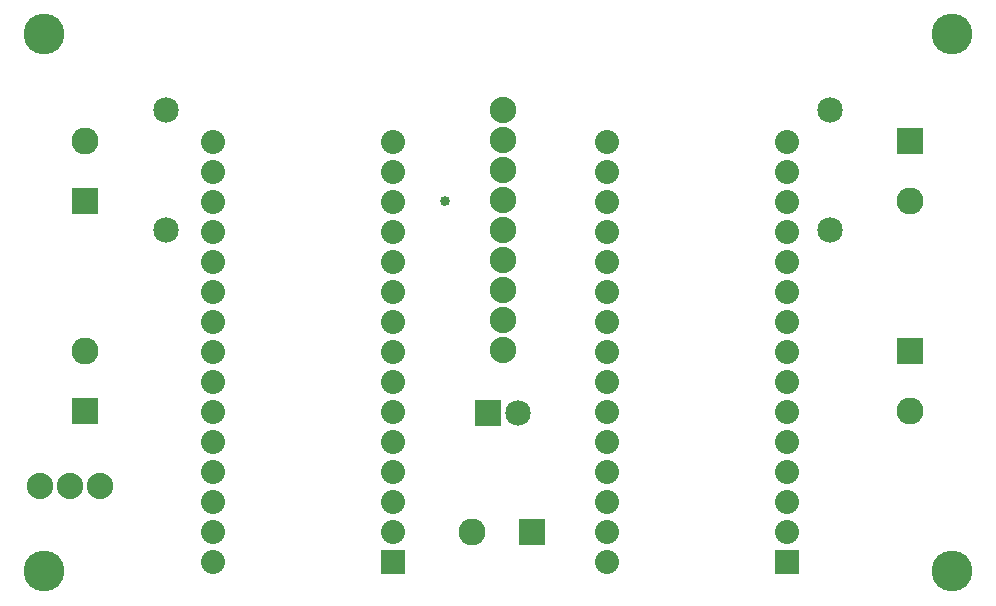
<source format=gbs>
G04 MADE WITH FRITZING*
G04 WWW.FRITZING.ORG*
G04 DOUBLE SIDED*
G04 HOLES PLATED*
G04 CONTOUR ON CENTER OF CONTOUR VECTOR*
%ASAXBY*%
%FSLAX23Y23*%
%MOIN*%
%OFA0B0*%
%SFA1.0B1.0*%
%ADD10C,0.090000*%
%ADD11C,0.080000*%
%ADD12C,0.085000*%
%ADD13C,0.135984*%
%ADD14C,0.088000*%
%ADD15C,0.033622*%
%ADD16R,0.090000X0.090000*%
%ADD17R,0.079972X0.080000*%
%ADD18R,0.085000X0.085000*%
%LNMASK0*%
G90*
G70*
G54D10*
X271Y657D03*
X271Y857D03*
G54D11*
X1297Y153D03*
X1297Y253D03*
X1297Y353D03*
X1297Y453D03*
X1297Y553D03*
X1297Y653D03*
X1297Y753D03*
X1297Y853D03*
X1297Y953D03*
X1297Y1053D03*
X1297Y1153D03*
X1297Y1253D03*
X1297Y1353D03*
X1297Y1453D03*
X1297Y1553D03*
X697Y153D03*
X697Y253D03*
X697Y353D03*
X697Y453D03*
X697Y553D03*
X697Y653D03*
X697Y753D03*
X697Y853D03*
X697Y953D03*
X697Y1053D03*
X697Y1153D03*
X697Y1253D03*
X697Y1353D03*
X697Y1453D03*
X697Y1553D03*
X2610Y153D03*
X2610Y253D03*
X2610Y353D03*
X2610Y453D03*
X2610Y553D03*
X2610Y653D03*
X2610Y753D03*
X2610Y853D03*
X2610Y953D03*
X2610Y1053D03*
X2610Y1153D03*
X2610Y1253D03*
X2610Y1353D03*
X2610Y1453D03*
X2610Y1553D03*
X2010Y153D03*
X2010Y253D03*
X2010Y353D03*
X2010Y453D03*
X2010Y553D03*
X2010Y653D03*
X2010Y753D03*
X2010Y853D03*
X2010Y953D03*
X2010Y1053D03*
X2010Y1153D03*
X2010Y1253D03*
X2010Y1353D03*
X2010Y1453D03*
X2010Y1553D03*
G54D12*
X2755Y1258D03*
X2755Y1658D03*
X539Y1658D03*
X539Y1258D03*
G54D10*
X3021Y857D03*
X3021Y657D03*
X271Y1357D03*
X271Y1557D03*
X3021Y1557D03*
X3021Y1357D03*
X1759Y252D03*
X1559Y252D03*
G54D13*
X3159Y122D03*
X134Y122D03*
X3159Y1911D03*
X134Y1911D03*
G54D14*
X1664Y1660D03*
X1664Y1560D03*
X1664Y1460D03*
X1664Y1360D03*
X1664Y1260D03*
X1664Y1160D03*
X1664Y1060D03*
X1664Y960D03*
X1664Y860D03*
X321Y407D03*
X221Y407D03*
X121Y407D03*
G54D12*
X1614Y649D03*
X1714Y649D03*
G54D15*
X1471Y1357D03*
G54D16*
X271Y657D03*
G54D17*
X1297Y153D03*
X2610Y153D03*
G54D16*
X3021Y857D03*
X271Y1357D03*
X3021Y1557D03*
X1759Y252D03*
G54D18*
X1614Y649D03*
G04 End of Mask0*
M02*
</source>
